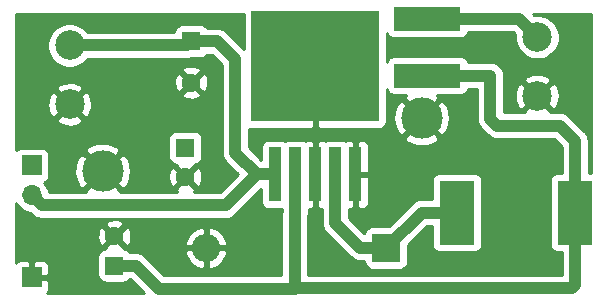
<source format=gbr>
G04 #@! TF.GenerationSoftware,KiCad,Pcbnew,(5.1.5)-3*
G04 #@! TF.CreationDate,2021-03-22T00:26:30+01:00*
G04 #@! TF.ProjectId,12V_to_5V,3132565f-746f-45f3-9556-2e6b69636164,rev?*
G04 #@! TF.SameCoordinates,Original*
G04 #@! TF.FileFunction,Copper,L1,Top*
G04 #@! TF.FilePolarity,Positive*
%FSLAX46Y46*%
G04 Gerber Fmt 4.6, Leading zero omitted, Abs format (unit mm)*
G04 Created by KiCad (PCBNEW (5.1.5)-3) date 2021-03-22 00:26:30*
%MOMM*%
%LPD*%
G04 APERTURE LIST*
%ADD10C,3.500000*%
%ADD11O,1.700000X1.700000*%
%ADD12R,1.700000X1.700000*%
%ADD13C,2.500000*%
%ADD14R,1.100000X4.600000*%
%ADD15R,10.800000X9.400000*%
%ADD16R,1.600000X1.600000*%
%ADD17C,1.600000*%
%ADD18R,2.400000X2.400000*%
%ADD19O,2.400000X2.400000*%
%ADD20R,3.000000X5.400000*%
%ADD21R,5.700000X2.000000*%
%ADD22C,1.000000*%
%ADD23C,0.254000*%
G04 APERTURE END LIST*
D10*
X120000000Y-84500000D03*
X93000000Y-89000000D03*
D11*
X87000000Y-91040000D03*
D12*
X87000000Y-88500000D03*
D13*
X90200000Y-78350000D03*
X90200000Y-83350000D03*
D14*
X107600000Y-89275000D03*
X109300000Y-89275000D03*
X111000000Y-89275000D03*
X112700000Y-89275000D03*
X114400000Y-89275000D03*
D15*
X111000000Y-80125000D03*
D16*
X100500000Y-78000000D03*
D17*
X100500000Y-81500000D03*
D16*
X94000000Y-97000000D03*
D17*
X94000000Y-94500000D03*
X100000000Y-89500000D03*
D16*
X100000000Y-87000000D03*
D18*
X117000000Y-95500000D03*
D19*
X101760000Y-95500000D03*
D13*
X129800000Y-77650000D03*
X129800000Y-82650000D03*
D20*
X123000000Y-92500000D03*
X133000000Y-92500000D03*
D21*
X120500000Y-80900000D03*
X120500000Y-76100000D03*
D12*
X87000000Y-98000000D03*
D22*
X100150000Y-78350000D02*
X100500000Y-78000000D01*
X90200000Y-78350000D02*
X100150000Y-78350000D01*
X104216200Y-87441200D02*
X106050000Y-89275000D01*
X104216200Y-79527400D02*
X104216200Y-87441200D01*
X100500000Y-78000000D02*
X102688800Y-78000000D01*
X102688800Y-78000000D02*
X104216200Y-79527400D01*
X87849999Y-91889999D02*
X87000000Y-91040000D01*
X103435001Y-91889999D02*
X87849999Y-91889999D01*
X106050000Y-89275000D02*
X103435001Y-91889999D01*
X107600000Y-89275000D02*
X106050000Y-89275000D01*
X129870200Y-77515600D02*
X129870200Y-76962000D01*
X128250000Y-76100000D02*
X129800000Y-77650000D01*
X120500000Y-76100000D02*
X128250000Y-76100000D01*
X112700000Y-92575000D02*
X112700000Y-89275000D01*
X114800000Y-95500000D02*
X112700000Y-93400000D01*
X112700000Y-93400000D02*
X112700000Y-92575000D01*
X117000000Y-95500000D02*
X114800000Y-95500000D01*
X120000000Y-92500000D02*
X123000000Y-92500000D01*
X117000000Y-95500000D02*
X120000000Y-92500000D01*
X94000000Y-97000000D02*
X95800000Y-97000000D01*
X95800000Y-97000000D02*
X97758400Y-98958400D01*
X109270800Y-92604200D02*
X109270800Y-98958400D01*
X109300000Y-89275000D02*
X109300000Y-92575000D01*
X97758400Y-98958400D02*
X109270800Y-98958400D01*
X109300000Y-92575000D02*
X109270800Y-92604200D01*
X133000000Y-96200000D02*
X132994400Y-96205600D01*
X133000000Y-92500000D02*
X133000000Y-96200000D01*
X109296200Y-98933000D02*
X109270800Y-98958400D01*
X132740400Y-98933000D02*
X109296200Y-98933000D01*
X133000000Y-96200000D02*
X133000000Y-98673400D01*
X133000000Y-98673400D02*
X132740400Y-98933000D01*
X133000000Y-86441800D02*
X133000000Y-92500000D01*
X126415800Y-85140800D02*
X131699000Y-85140800D01*
X131699000Y-85140800D02*
X133000000Y-86441800D01*
X125831600Y-80900000D02*
X125831600Y-84556600D01*
X120500000Y-80900000D02*
X125831600Y-80900000D01*
X125831600Y-84556600D02*
X126415800Y-85140800D01*
D23*
G36*
X106411928Y-91575000D02*
G01*
X106424188Y-91699482D01*
X106460498Y-91819180D01*
X106519463Y-91929494D01*
X106598815Y-92026185D01*
X106695506Y-92105537D01*
X106805820Y-92164502D01*
X106925518Y-92200812D01*
X107050000Y-92213072D01*
X108150000Y-92213072D01*
X108165001Y-92211595D01*
X108165001Y-92339579D01*
X108152223Y-92381702D01*
X108130309Y-92604200D01*
X108135800Y-92659952D01*
X108135801Y-97823400D01*
X98228532Y-97823400D01*
X96641996Y-96236865D01*
X96606449Y-96193551D01*
X96433623Y-96051716D01*
X96236447Y-95946324D01*
X96122655Y-95911805D01*
X99971805Y-95911805D01*
X100044379Y-96151066D01*
X100204361Y-96473257D01*
X100424125Y-96758046D01*
X100695226Y-96994489D01*
X101007246Y-97173500D01*
X101348194Y-97288199D01*
X101633000Y-97171854D01*
X101633000Y-95627000D01*
X101887000Y-95627000D01*
X101887000Y-97171854D01*
X102171806Y-97288199D01*
X102512754Y-97173500D01*
X102824774Y-96994489D01*
X103095875Y-96758046D01*
X103315639Y-96473257D01*
X103475621Y-96151066D01*
X103548195Y-95911805D01*
X103431432Y-95627000D01*
X101887000Y-95627000D01*
X101633000Y-95627000D01*
X100088568Y-95627000D01*
X99971805Y-95911805D01*
X96122655Y-95911805D01*
X96022499Y-95881423D01*
X95855752Y-95865000D01*
X95855751Y-95865000D01*
X95800000Y-95859509D01*
X95744249Y-95865000D01*
X95340957Y-95865000D01*
X95330537Y-95845506D01*
X95251185Y-95748815D01*
X95154494Y-95669463D01*
X95044180Y-95610498D01*
X94924482Y-95574188D01*
X94800000Y-95561928D01*
X94792785Y-95561928D01*
X94813097Y-95492702D01*
X94000000Y-94679605D01*
X93186903Y-95492702D01*
X93207215Y-95561928D01*
X93200000Y-95561928D01*
X93075518Y-95574188D01*
X92955820Y-95610498D01*
X92845506Y-95669463D01*
X92748815Y-95748815D01*
X92669463Y-95845506D01*
X92610498Y-95955820D01*
X92574188Y-96075518D01*
X92561928Y-96200000D01*
X92561928Y-97800000D01*
X92574188Y-97924482D01*
X92610498Y-98044180D01*
X92669463Y-98154494D01*
X92748815Y-98251185D01*
X92845506Y-98330537D01*
X92955820Y-98389502D01*
X93075518Y-98425812D01*
X93200000Y-98438072D01*
X94800000Y-98438072D01*
X94924482Y-98425812D01*
X95044180Y-98389502D01*
X95154494Y-98330537D01*
X95251185Y-98251185D01*
X95330537Y-98154494D01*
X95337095Y-98142226D01*
X96534868Y-99340000D01*
X88253889Y-99340000D01*
X88301185Y-99301185D01*
X88380537Y-99204494D01*
X88439502Y-99094180D01*
X88475812Y-98974482D01*
X88488072Y-98850000D01*
X88485000Y-98285750D01*
X88326250Y-98127000D01*
X87127000Y-98127000D01*
X87127000Y-98147000D01*
X86873000Y-98147000D01*
X86873000Y-98127000D01*
X86853000Y-98127000D01*
X86853000Y-97873000D01*
X86873000Y-97873000D01*
X86873000Y-96673750D01*
X87127000Y-96673750D01*
X87127000Y-97873000D01*
X88326250Y-97873000D01*
X88485000Y-97714250D01*
X88488072Y-97150000D01*
X88475812Y-97025518D01*
X88439502Y-96905820D01*
X88380537Y-96795506D01*
X88301185Y-96698815D01*
X88204494Y-96619463D01*
X88094180Y-96560498D01*
X87974482Y-96524188D01*
X87850000Y-96511928D01*
X87285750Y-96515000D01*
X87127000Y-96673750D01*
X86873000Y-96673750D01*
X86714250Y-96515000D01*
X86150000Y-96511928D01*
X86025518Y-96524188D01*
X85905820Y-96560498D01*
X85795506Y-96619463D01*
X85698815Y-96698815D01*
X85660000Y-96746111D01*
X85660000Y-94570512D01*
X92559783Y-94570512D01*
X92601213Y-94850130D01*
X92696397Y-95116292D01*
X92763329Y-95241514D01*
X93007298Y-95313097D01*
X93820395Y-94500000D01*
X94179605Y-94500000D01*
X94992702Y-95313097D01*
X95236671Y-95241514D01*
X95309217Y-95088195D01*
X99971805Y-95088195D01*
X100088568Y-95373000D01*
X101633000Y-95373000D01*
X101633000Y-93828146D01*
X101887000Y-93828146D01*
X101887000Y-95373000D01*
X103431432Y-95373000D01*
X103548195Y-95088195D01*
X103475621Y-94848934D01*
X103315639Y-94526743D01*
X103095875Y-94241954D01*
X102824774Y-94005511D01*
X102512754Y-93826500D01*
X102171806Y-93711801D01*
X101887000Y-93828146D01*
X101633000Y-93828146D01*
X101348194Y-93711801D01*
X101007246Y-93826500D01*
X100695226Y-94005511D01*
X100424125Y-94241954D01*
X100204361Y-94526743D01*
X100044379Y-94848934D01*
X99971805Y-95088195D01*
X95309217Y-95088195D01*
X95357571Y-94986004D01*
X95426300Y-94711816D01*
X95440217Y-94429488D01*
X95398787Y-94149870D01*
X95303603Y-93883708D01*
X95236671Y-93758486D01*
X94992702Y-93686903D01*
X94179605Y-94500000D01*
X93820395Y-94500000D01*
X93007298Y-93686903D01*
X92763329Y-93758486D01*
X92642429Y-94013996D01*
X92573700Y-94288184D01*
X92559783Y-94570512D01*
X85660000Y-94570512D01*
X85660000Y-93507298D01*
X93186903Y-93507298D01*
X94000000Y-94320395D01*
X94813097Y-93507298D01*
X94741514Y-93263329D01*
X94486004Y-93142429D01*
X94211816Y-93073700D01*
X93929488Y-93059783D01*
X93649870Y-93101213D01*
X93383708Y-93196397D01*
X93258486Y-93263329D01*
X93186903Y-93507298D01*
X85660000Y-93507298D01*
X85660000Y-91685445D01*
X85684010Y-91743411D01*
X85846525Y-91986632D01*
X86053368Y-92193475D01*
X86296589Y-92355990D01*
X86566842Y-92467932D01*
X86853740Y-92525000D01*
X86879868Y-92525000D01*
X87008007Y-92653139D01*
X87043550Y-92696448D01*
X87216376Y-92838283D01*
X87413552Y-92943675D01*
X87577704Y-92993470D01*
X87627499Y-93008576D01*
X87849998Y-93030490D01*
X87905750Y-93024999D01*
X103379250Y-93024999D01*
X103435001Y-93030490D01*
X103490752Y-93024999D01*
X103490753Y-93024999D01*
X103657500Y-93008576D01*
X103871448Y-92943675D01*
X104068624Y-92838283D01*
X104241450Y-92696448D01*
X104276997Y-92653134D01*
X106411928Y-90518204D01*
X106411928Y-91575000D01*
G37*
X106411928Y-91575000D02*
X106424188Y-91699482D01*
X106460498Y-91819180D01*
X106519463Y-91929494D01*
X106598815Y-92026185D01*
X106695506Y-92105537D01*
X106805820Y-92164502D01*
X106925518Y-92200812D01*
X107050000Y-92213072D01*
X108150000Y-92213072D01*
X108165001Y-92211595D01*
X108165001Y-92339579D01*
X108152223Y-92381702D01*
X108130309Y-92604200D01*
X108135800Y-92659952D01*
X108135801Y-97823400D01*
X98228532Y-97823400D01*
X96641996Y-96236865D01*
X96606449Y-96193551D01*
X96433623Y-96051716D01*
X96236447Y-95946324D01*
X96122655Y-95911805D01*
X99971805Y-95911805D01*
X100044379Y-96151066D01*
X100204361Y-96473257D01*
X100424125Y-96758046D01*
X100695226Y-96994489D01*
X101007246Y-97173500D01*
X101348194Y-97288199D01*
X101633000Y-97171854D01*
X101633000Y-95627000D01*
X101887000Y-95627000D01*
X101887000Y-97171854D01*
X102171806Y-97288199D01*
X102512754Y-97173500D01*
X102824774Y-96994489D01*
X103095875Y-96758046D01*
X103315639Y-96473257D01*
X103475621Y-96151066D01*
X103548195Y-95911805D01*
X103431432Y-95627000D01*
X101887000Y-95627000D01*
X101633000Y-95627000D01*
X100088568Y-95627000D01*
X99971805Y-95911805D01*
X96122655Y-95911805D01*
X96022499Y-95881423D01*
X95855752Y-95865000D01*
X95855751Y-95865000D01*
X95800000Y-95859509D01*
X95744249Y-95865000D01*
X95340957Y-95865000D01*
X95330537Y-95845506D01*
X95251185Y-95748815D01*
X95154494Y-95669463D01*
X95044180Y-95610498D01*
X94924482Y-95574188D01*
X94800000Y-95561928D01*
X94792785Y-95561928D01*
X94813097Y-95492702D01*
X94000000Y-94679605D01*
X93186903Y-95492702D01*
X93207215Y-95561928D01*
X93200000Y-95561928D01*
X93075518Y-95574188D01*
X92955820Y-95610498D01*
X92845506Y-95669463D01*
X92748815Y-95748815D01*
X92669463Y-95845506D01*
X92610498Y-95955820D01*
X92574188Y-96075518D01*
X92561928Y-96200000D01*
X92561928Y-97800000D01*
X92574188Y-97924482D01*
X92610498Y-98044180D01*
X92669463Y-98154494D01*
X92748815Y-98251185D01*
X92845506Y-98330537D01*
X92955820Y-98389502D01*
X93075518Y-98425812D01*
X93200000Y-98438072D01*
X94800000Y-98438072D01*
X94924482Y-98425812D01*
X95044180Y-98389502D01*
X95154494Y-98330537D01*
X95251185Y-98251185D01*
X95330537Y-98154494D01*
X95337095Y-98142226D01*
X96534868Y-99340000D01*
X88253889Y-99340000D01*
X88301185Y-99301185D01*
X88380537Y-99204494D01*
X88439502Y-99094180D01*
X88475812Y-98974482D01*
X88488072Y-98850000D01*
X88485000Y-98285750D01*
X88326250Y-98127000D01*
X87127000Y-98127000D01*
X87127000Y-98147000D01*
X86873000Y-98147000D01*
X86873000Y-98127000D01*
X86853000Y-98127000D01*
X86853000Y-97873000D01*
X86873000Y-97873000D01*
X86873000Y-96673750D01*
X87127000Y-96673750D01*
X87127000Y-97873000D01*
X88326250Y-97873000D01*
X88485000Y-97714250D01*
X88488072Y-97150000D01*
X88475812Y-97025518D01*
X88439502Y-96905820D01*
X88380537Y-96795506D01*
X88301185Y-96698815D01*
X88204494Y-96619463D01*
X88094180Y-96560498D01*
X87974482Y-96524188D01*
X87850000Y-96511928D01*
X87285750Y-96515000D01*
X87127000Y-96673750D01*
X86873000Y-96673750D01*
X86714250Y-96515000D01*
X86150000Y-96511928D01*
X86025518Y-96524188D01*
X85905820Y-96560498D01*
X85795506Y-96619463D01*
X85698815Y-96698815D01*
X85660000Y-96746111D01*
X85660000Y-94570512D01*
X92559783Y-94570512D01*
X92601213Y-94850130D01*
X92696397Y-95116292D01*
X92763329Y-95241514D01*
X93007298Y-95313097D01*
X93820395Y-94500000D01*
X94179605Y-94500000D01*
X94992702Y-95313097D01*
X95236671Y-95241514D01*
X95309217Y-95088195D01*
X99971805Y-95088195D01*
X100088568Y-95373000D01*
X101633000Y-95373000D01*
X101633000Y-93828146D01*
X101887000Y-93828146D01*
X101887000Y-95373000D01*
X103431432Y-95373000D01*
X103548195Y-95088195D01*
X103475621Y-94848934D01*
X103315639Y-94526743D01*
X103095875Y-94241954D01*
X102824774Y-94005511D01*
X102512754Y-93826500D01*
X102171806Y-93711801D01*
X101887000Y-93828146D01*
X101633000Y-93828146D01*
X101348194Y-93711801D01*
X101007246Y-93826500D01*
X100695226Y-94005511D01*
X100424125Y-94241954D01*
X100204361Y-94526743D01*
X100044379Y-94848934D01*
X99971805Y-95088195D01*
X95309217Y-95088195D01*
X95357571Y-94986004D01*
X95426300Y-94711816D01*
X95440217Y-94429488D01*
X95398787Y-94149870D01*
X95303603Y-93883708D01*
X95236671Y-93758486D01*
X94992702Y-93686903D01*
X94179605Y-94500000D01*
X93820395Y-94500000D01*
X93007298Y-93686903D01*
X92763329Y-93758486D01*
X92642429Y-94013996D01*
X92573700Y-94288184D01*
X92559783Y-94570512D01*
X85660000Y-94570512D01*
X85660000Y-93507298D01*
X93186903Y-93507298D01*
X94000000Y-94320395D01*
X94813097Y-93507298D01*
X94741514Y-93263329D01*
X94486004Y-93142429D01*
X94211816Y-93073700D01*
X93929488Y-93059783D01*
X93649870Y-93101213D01*
X93383708Y-93196397D01*
X93258486Y-93263329D01*
X93186903Y-93507298D01*
X85660000Y-93507298D01*
X85660000Y-91685445D01*
X85684010Y-91743411D01*
X85846525Y-91986632D01*
X86053368Y-92193475D01*
X86296589Y-92355990D01*
X86566842Y-92467932D01*
X86853740Y-92525000D01*
X86879868Y-92525000D01*
X87008007Y-92653139D01*
X87043550Y-92696448D01*
X87216376Y-92838283D01*
X87413552Y-92943675D01*
X87577704Y-92993470D01*
X87627499Y-93008576D01*
X87849998Y-93030490D01*
X87905750Y-93024999D01*
X103379250Y-93024999D01*
X103435001Y-93030490D01*
X103490752Y-93024999D01*
X103490753Y-93024999D01*
X103657500Y-93008576D01*
X103871448Y-92943675D01*
X104068624Y-92838283D01*
X104241450Y-92696448D01*
X104276997Y-92653134D01*
X106411928Y-90518204D01*
X106411928Y-91575000D01*
G36*
X111127000Y-79998000D02*
G01*
X111147000Y-79998000D01*
X111147000Y-80252000D01*
X111127000Y-80252000D01*
X111127000Y-85301250D01*
X111285750Y-85460000D01*
X116400000Y-85463072D01*
X116524482Y-85450812D01*
X116644180Y-85414502D01*
X116754494Y-85355537D01*
X116851185Y-85276185D01*
X116930537Y-85179494D01*
X116989502Y-85069180D01*
X117025812Y-84949482D01*
X117038072Y-84825000D01*
X117037869Y-84532946D01*
X117603687Y-84532946D01*
X117656158Y-84999811D01*
X117798703Y-85447468D01*
X117989234Y-85803927D01*
X118330391Y-85990003D01*
X119820395Y-84500000D01*
X120179605Y-84500000D01*
X121669609Y-85990003D01*
X122010766Y-85803927D01*
X122226513Y-85386591D01*
X122356696Y-84935185D01*
X122396313Y-84467054D01*
X122343842Y-84000189D01*
X122201297Y-83552532D01*
X122010766Y-83196073D01*
X121669609Y-83009997D01*
X120179605Y-84500000D01*
X119820395Y-84500000D01*
X118330391Y-83009997D01*
X117989234Y-83196073D01*
X117773487Y-83613409D01*
X117643304Y-84064815D01*
X117603687Y-84532946D01*
X117037869Y-84532946D01*
X117036150Y-82063917D01*
X117060498Y-82144180D01*
X117119463Y-82254494D01*
X117198815Y-82351185D01*
X117295506Y-82430537D01*
X117405820Y-82489502D01*
X117525518Y-82525812D01*
X117650000Y-82538072D01*
X118669435Y-82538072D01*
X118509997Y-82830391D01*
X120000000Y-84320395D01*
X121490003Y-82830391D01*
X121330565Y-82538072D01*
X123350000Y-82538072D01*
X123474482Y-82525812D01*
X123594180Y-82489502D01*
X123704494Y-82430537D01*
X123801185Y-82351185D01*
X123880537Y-82254494D01*
X123939502Y-82144180D01*
X123972621Y-82035000D01*
X124696600Y-82035000D01*
X124696601Y-84500839D01*
X124691109Y-84556600D01*
X124713023Y-84779098D01*
X124777924Y-84993046D01*
X124777925Y-84993047D01*
X124883317Y-85190223D01*
X125025152Y-85363049D01*
X125068460Y-85398591D01*
X125573808Y-85903940D01*
X125609351Y-85947249D01*
X125782177Y-86089084D01*
X125932830Y-86169609D01*
X125979353Y-86194476D01*
X126193301Y-86259377D01*
X126415800Y-86281291D01*
X126471552Y-86275800D01*
X131228869Y-86275800D01*
X131865000Y-86911932D01*
X131865000Y-89161928D01*
X131500000Y-89161928D01*
X131375518Y-89174188D01*
X131255820Y-89210498D01*
X131145506Y-89269463D01*
X131048815Y-89348815D01*
X130969463Y-89445506D01*
X130910498Y-89555820D01*
X130874188Y-89675518D01*
X130861928Y-89800000D01*
X130861928Y-95200000D01*
X130874188Y-95324482D01*
X130910498Y-95444180D01*
X130969463Y-95554494D01*
X131048815Y-95651185D01*
X131145506Y-95730537D01*
X131255820Y-95789502D01*
X131375518Y-95825812D01*
X131500000Y-95838072D01*
X131865001Y-95838072D01*
X131865001Y-96092981D01*
X131853909Y-96205600D01*
X131865000Y-96318210D01*
X131865001Y-97798000D01*
X110405800Y-97798000D01*
X110405800Y-92839619D01*
X110418577Y-92797499D01*
X110435000Y-92630752D01*
X110435000Y-92630751D01*
X110440491Y-92575001D01*
X110435000Y-92519248D01*
X110435000Y-92211595D01*
X110450000Y-92213072D01*
X110714250Y-92210000D01*
X110873000Y-92051250D01*
X110873000Y-89402000D01*
X110853000Y-89402000D01*
X110853000Y-89148000D01*
X110873000Y-89148000D01*
X110873000Y-86498750D01*
X111127000Y-86498750D01*
X111127000Y-89148000D01*
X111147000Y-89148000D01*
X111147000Y-89402000D01*
X111127000Y-89402000D01*
X111127000Y-92051250D01*
X111285750Y-92210000D01*
X111550000Y-92213072D01*
X111565000Y-92211595D01*
X111565000Y-93344249D01*
X111559509Y-93400000D01*
X111565000Y-93455751D01*
X111581423Y-93622498D01*
X111646324Y-93836446D01*
X111751716Y-94033623D01*
X111893551Y-94206449D01*
X111936865Y-94241996D01*
X113958009Y-96263141D01*
X113993551Y-96306449D01*
X114166377Y-96448284D01*
X114363553Y-96553676D01*
X114577501Y-96618577D01*
X114744248Y-96635000D01*
X114744257Y-96635000D01*
X114799999Y-96640490D01*
X114855741Y-96635000D01*
X115161928Y-96635000D01*
X115161928Y-96700000D01*
X115174188Y-96824482D01*
X115210498Y-96944180D01*
X115269463Y-97054494D01*
X115348815Y-97151185D01*
X115445506Y-97230537D01*
X115555820Y-97289502D01*
X115675518Y-97325812D01*
X115800000Y-97338072D01*
X118200000Y-97338072D01*
X118324482Y-97325812D01*
X118444180Y-97289502D01*
X118554494Y-97230537D01*
X118651185Y-97151185D01*
X118730537Y-97054494D01*
X118789502Y-96944180D01*
X118825812Y-96824482D01*
X118838072Y-96700000D01*
X118838072Y-95267060D01*
X120470133Y-93635000D01*
X120861928Y-93635000D01*
X120861928Y-95200000D01*
X120874188Y-95324482D01*
X120910498Y-95444180D01*
X120969463Y-95554494D01*
X121048815Y-95651185D01*
X121145506Y-95730537D01*
X121255820Y-95789502D01*
X121375518Y-95825812D01*
X121500000Y-95838072D01*
X124500000Y-95838072D01*
X124624482Y-95825812D01*
X124744180Y-95789502D01*
X124854494Y-95730537D01*
X124951185Y-95651185D01*
X125030537Y-95554494D01*
X125089502Y-95444180D01*
X125125812Y-95324482D01*
X125138072Y-95200000D01*
X125138072Y-89800000D01*
X125125812Y-89675518D01*
X125089502Y-89555820D01*
X125030537Y-89445506D01*
X124951185Y-89348815D01*
X124854494Y-89269463D01*
X124744180Y-89210498D01*
X124624482Y-89174188D01*
X124500000Y-89161928D01*
X121500000Y-89161928D01*
X121375518Y-89174188D01*
X121255820Y-89210498D01*
X121145506Y-89269463D01*
X121048815Y-89348815D01*
X120969463Y-89445506D01*
X120910498Y-89555820D01*
X120874188Y-89675518D01*
X120861928Y-89800000D01*
X120861928Y-91365000D01*
X120055752Y-91365000D01*
X120000000Y-91359509D01*
X119777501Y-91381423D01*
X119563553Y-91446324D01*
X119366377Y-91551716D01*
X119236856Y-91658011D01*
X119236854Y-91658013D01*
X119193551Y-91693551D01*
X119158013Y-91736854D01*
X117232940Y-93661928D01*
X115800000Y-93661928D01*
X115675518Y-93674188D01*
X115555820Y-93710498D01*
X115445506Y-93769463D01*
X115348815Y-93848815D01*
X115269463Y-93945506D01*
X115210498Y-94055820D01*
X115174188Y-94175518D01*
X115165802Y-94260670D01*
X113835000Y-92929869D01*
X113835000Y-92211595D01*
X113850000Y-92213072D01*
X114114250Y-92210000D01*
X114273000Y-92051250D01*
X114273000Y-89402000D01*
X114527000Y-89402000D01*
X114527000Y-92051250D01*
X114685750Y-92210000D01*
X114950000Y-92213072D01*
X115074482Y-92200812D01*
X115194180Y-92164502D01*
X115304494Y-92105537D01*
X115401185Y-92026185D01*
X115480537Y-91929494D01*
X115539502Y-91819180D01*
X115575812Y-91699482D01*
X115588072Y-91575000D01*
X115585000Y-89560750D01*
X115426250Y-89402000D01*
X114527000Y-89402000D01*
X114273000Y-89402000D01*
X114253000Y-89402000D01*
X114253000Y-89148000D01*
X114273000Y-89148000D01*
X114273000Y-86498750D01*
X114527000Y-86498750D01*
X114527000Y-89148000D01*
X115426250Y-89148000D01*
X115585000Y-88989250D01*
X115588072Y-86975000D01*
X115575812Y-86850518D01*
X115539502Y-86730820D01*
X115480537Y-86620506D01*
X115401185Y-86523815D01*
X115304494Y-86444463D01*
X115194180Y-86385498D01*
X115074482Y-86349188D01*
X114950000Y-86336928D01*
X114685750Y-86340000D01*
X114527000Y-86498750D01*
X114273000Y-86498750D01*
X114114250Y-86340000D01*
X113850000Y-86336928D01*
X113725518Y-86349188D01*
X113605820Y-86385498D01*
X113550000Y-86415335D01*
X113494180Y-86385498D01*
X113374482Y-86349188D01*
X113250000Y-86336928D01*
X112150000Y-86336928D01*
X112025518Y-86349188D01*
X111905820Y-86385498D01*
X111850000Y-86415335D01*
X111794180Y-86385498D01*
X111674482Y-86349188D01*
X111550000Y-86336928D01*
X111285750Y-86340000D01*
X111127000Y-86498750D01*
X110873000Y-86498750D01*
X110714250Y-86340000D01*
X110450000Y-86336928D01*
X110325518Y-86349188D01*
X110205820Y-86385498D01*
X110150000Y-86415335D01*
X110094180Y-86385498D01*
X109974482Y-86349188D01*
X109850000Y-86336928D01*
X108750000Y-86336928D01*
X108625518Y-86349188D01*
X108505820Y-86385498D01*
X108450000Y-86415335D01*
X108394180Y-86385498D01*
X108274482Y-86349188D01*
X108150000Y-86336928D01*
X107050000Y-86336928D01*
X106925518Y-86349188D01*
X106805820Y-86385498D01*
X106695506Y-86444463D01*
X106598815Y-86523815D01*
X106519463Y-86620506D01*
X106460498Y-86730820D01*
X106424188Y-86850518D01*
X106411928Y-86975000D01*
X106411928Y-88031796D01*
X105351200Y-86971069D01*
X105351200Y-86169609D01*
X118509997Y-86169609D01*
X118696073Y-86510766D01*
X119113409Y-86726513D01*
X119564815Y-86856696D01*
X120032946Y-86896313D01*
X120499811Y-86843842D01*
X120947468Y-86701297D01*
X121303927Y-86510766D01*
X121490003Y-86169609D01*
X120000000Y-84679605D01*
X118509997Y-86169609D01*
X105351200Y-86169609D01*
X105351200Y-85412033D01*
X105355820Y-85414502D01*
X105475518Y-85450812D01*
X105600000Y-85463072D01*
X110714250Y-85460000D01*
X110873000Y-85301250D01*
X110873000Y-80252000D01*
X110853000Y-80252000D01*
X110853000Y-79998000D01*
X110873000Y-79998000D01*
X110873000Y-79978000D01*
X111127000Y-79978000D01*
X111127000Y-79998000D01*
G37*
X111127000Y-79998000D02*
X111147000Y-79998000D01*
X111147000Y-80252000D01*
X111127000Y-80252000D01*
X111127000Y-85301250D01*
X111285750Y-85460000D01*
X116400000Y-85463072D01*
X116524482Y-85450812D01*
X116644180Y-85414502D01*
X116754494Y-85355537D01*
X116851185Y-85276185D01*
X116930537Y-85179494D01*
X116989502Y-85069180D01*
X117025812Y-84949482D01*
X117038072Y-84825000D01*
X117037869Y-84532946D01*
X117603687Y-84532946D01*
X117656158Y-84999811D01*
X117798703Y-85447468D01*
X117989234Y-85803927D01*
X118330391Y-85990003D01*
X119820395Y-84500000D01*
X120179605Y-84500000D01*
X121669609Y-85990003D01*
X122010766Y-85803927D01*
X122226513Y-85386591D01*
X122356696Y-84935185D01*
X122396313Y-84467054D01*
X122343842Y-84000189D01*
X122201297Y-83552532D01*
X122010766Y-83196073D01*
X121669609Y-83009997D01*
X120179605Y-84500000D01*
X119820395Y-84500000D01*
X118330391Y-83009997D01*
X117989234Y-83196073D01*
X117773487Y-83613409D01*
X117643304Y-84064815D01*
X117603687Y-84532946D01*
X117037869Y-84532946D01*
X117036150Y-82063917D01*
X117060498Y-82144180D01*
X117119463Y-82254494D01*
X117198815Y-82351185D01*
X117295506Y-82430537D01*
X117405820Y-82489502D01*
X117525518Y-82525812D01*
X117650000Y-82538072D01*
X118669435Y-82538072D01*
X118509997Y-82830391D01*
X120000000Y-84320395D01*
X121490003Y-82830391D01*
X121330565Y-82538072D01*
X123350000Y-82538072D01*
X123474482Y-82525812D01*
X123594180Y-82489502D01*
X123704494Y-82430537D01*
X123801185Y-82351185D01*
X123880537Y-82254494D01*
X123939502Y-82144180D01*
X123972621Y-82035000D01*
X124696600Y-82035000D01*
X124696601Y-84500839D01*
X124691109Y-84556600D01*
X124713023Y-84779098D01*
X124777924Y-84993046D01*
X124777925Y-84993047D01*
X124883317Y-85190223D01*
X125025152Y-85363049D01*
X125068460Y-85398591D01*
X125573808Y-85903940D01*
X125609351Y-85947249D01*
X125782177Y-86089084D01*
X125932830Y-86169609D01*
X125979353Y-86194476D01*
X126193301Y-86259377D01*
X126415800Y-86281291D01*
X126471552Y-86275800D01*
X131228869Y-86275800D01*
X131865000Y-86911932D01*
X131865000Y-89161928D01*
X131500000Y-89161928D01*
X131375518Y-89174188D01*
X131255820Y-89210498D01*
X131145506Y-89269463D01*
X131048815Y-89348815D01*
X130969463Y-89445506D01*
X130910498Y-89555820D01*
X130874188Y-89675518D01*
X130861928Y-89800000D01*
X130861928Y-95200000D01*
X130874188Y-95324482D01*
X130910498Y-95444180D01*
X130969463Y-95554494D01*
X131048815Y-95651185D01*
X131145506Y-95730537D01*
X131255820Y-95789502D01*
X131375518Y-95825812D01*
X131500000Y-95838072D01*
X131865001Y-95838072D01*
X131865001Y-96092981D01*
X131853909Y-96205600D01*
X131865000Y-96318210D01*
X131865001Y-97798000D01*
X110405800Y-97798000D01*
X110405800Y-92839619D01*
X110418577Y-92797499D01*
X110435000Y-92630752D01*
X110435000Y-92630751D01*
X110440491Y-92575001D01*
X110435000Y-92519248D01*
X110435000Y-92211595D01*
X110450000Y-92213072D01*
X110714250Y-92210000D01*
X110873000Y-92051250D01*
X110873000Y-89402000D01*
X110853000Y-89402000D01*
X110853000Y-89148000D01*
X110873000Y-89148000D01*
X110873000Y-86498750D01*
X111127000Y-86498750D01*
X111127000Y-89148000D01*
X111147000Y-89148000D01*
X111147000Y-89402000D01*
X111127000Y-89402000D01*
X111127000Y-92051250D01*
X111285750Y-92210000D01*
X111550000Y-92213072D01*
X111565000Y-92211595D01*
X111565000Y-93344249D01*
X111559509Y-93400000D01*
X111565000Y-93455751D01*
X111581423Y-93622498D01*
X111646324Y-93836446D01*
X111751716Y-94033623D01*
X111893551Y-94206449D01*
X111936865Y-94241996D01*
X113958009Y-96263141D01*
X113993551Y-96306449D01*
X114166377Y-96448284D01*
X114363553Y-96553676D01*
X114577501Y-96618577D01*
X114744248Y-96635000D01*
X114744257Y-96635000D01*
X114799999Y-96640490D01*
X114855741Y-96635000D01*
X115161928Y-96635000D01*
X115161928Y-96700000D01*
X115174188Y-96824482D01*
X115210498Y-96944180D01*
X115269463Y-97054494D01*
X115348815Y-97151185D01*
X115445506Y-97230537D01*
X115555820Y-97289502D01*
X115675518Y-97325812D01*
X115800000Y-97338072D01*
X118200000Y-97338072D01*
X118324482Y-97325812D01*
X118444180Y-97289502D01*
X118554494Y-97230537D01*
X118651185Y-97151185D01*
X118730537Y-97054494D01*
X118789502Y-96944180D01*
X118825812Y-96824482D01*
X118838072Y-96700000D01*
X118838072Y-95267060D01*
X120470133Y-93635000D01*
X120861928Y-93635000D01*
X120861928Y-95200000D01*
X120874188Y-95324482D01*
X120910498Y-95444180D01*
X120969463Y-95554494D01*
X121048815Y-95651185D01*
X121145506Y-95730537D01*
X121255820Y-95789502D01*
X121375518Y-95825812D01*
X121500000Y-95838072D01*
X124500000Y-95838072D01*
X124624482Y-95825812D01*
X124744180Y-95789502D01*
X124854494Y-95730537D01*
X124951185Y-95651185D01*
X125030537Y-95554494D01*
X125089502Y-95444180D01*
X125125812Y-95324482D01*
X125138072Y-95200000D01*
X125138072Y-89800000D01*
X125125812Y-89675518D01*
X125089502Y-89555820D01*
X125030537Y-89445506D01*
X124951185Y-89348815D01*
X124854494Y-89269463D01*
X124744180Y-89210498D01*
X124624482Y-89174188D01*
X124500000Y-89161928D01*
X121500000Y-89161928D01*
X121375518Y-89174188D01*
X121255820Y-89210498D01*
X121145506Y-89269463D01*
X121048815Y-89348815D01*
X120969463Y-89445506D01*
X120910498Y-89555820D01*
X120874188Y-89675518D01*
X120861928Y-89800000D01*
X120861928Y-91365000D01*
X120055752Y-91365000D01*
X120000000Y-91359509D01*
X119777501Y-91381423D01*
X119563553Y-91446324D01*
X119366377Y-91551716D01*
X119236856Y-91658011D01*
X119236854Y-91658013D01*
X119193551Y-91693551D01*
X119158013Y-91736854D01*
X117232940Y-93661928D01*
X115800000Y-93661928D01*
X115675518Y-93674188D01*
X115555820Y-93710498D01*
X115445506Y-93769463D01*
X115348815Y-93848815D01*
X115269463Y-93945506D01*
X115210498Y-94055820D01*
X115174188Y-94175518D01*
X115165802Y-94260670D01*
X113835000Y-92929869D01*
X113835000Y-92211595D01*
X113850000Y-92213072D01*
X114114250Y-92210000D01*
X114273000Y-92051250D01*
X114273000Y-89402000D01*
X114527000Y-89402000D01*
X114527000Y-92051250D01*
X114685750Y-92210000D01*
X114950000Y-92213072D01*
X115074482Y-92200812D01*
X115194180Y-92164502D01*
X115304494Y-92105537D01*
X115401185Y-92026185D01*
X115480537Y-91929494D01*
X115539502Y-91819180D01*
X115575812Y-91699482D01*
X115588072Y-91575000D01*
X115585000Y-89560750D01*
X115426250Y-89402000D01*
X114527000Y-89402000D01*
X114273000Y-89402000D01*
X114253000Y-89402000D01*
X114253000Y-89148000D01*
X114273000Y-89148000D01*
X114273000Y-86498750D01*
X114527000Y-86498750D01*
X114527000Y-89148000D01*
X115426250Y-89148000D01*
X115585000Y-88989250D01*
X115588072Y-86975000D01*
X115575812Y-86850518D01*
X115539502Y-86730820D01*
X115480537Y-86620506D01*
X115401185Y-86523815D01*
X115304494Y-86444463D01*
X115194180Y-86385498D01*
X115074482Y-86349188D01*
X114950000Y-86336928D01*
X114685750Y-86340000D01*
X114527000Y-86498750D01*
X114273000Y-86498750D01*
X114114250Y-86340000D01*
X113850000Y-86336928D01*
X113725518Y-86349188D01*
X113605820Y-86385498D01*
X113550000Y-86415335D01*
X113494180Y-86385498D01*
X113374482Y-86349188D01*
X113250000Y-86336928D01*
X112150000Y-86336928D01*
X112025518Y-86349188D01*
X111905820Y-86385498D01*
X111850000Y-86415335D01*
X111794180Y-86385498D01*
X111674482Y-86349188D01*
X111550000Y-86336928D01*
X111285750Y-86340000D01*
X111127000Y-86498750D01*
X110873000Y-86498750D01*
X110714250Y-86340000D01*
X110450000Y-86336928D01*
X110325518Y-86349188D01*
X110205820Y-86385498D01*
X110150000Y-86415335D01*
X110094180Y-86385498D01*
X109974482Y-86349188D01*
X109850000Y-86336928D01*
X108750000Y-86336928D01*
X108625518Y-86349188D01*
X108505820Y-86385498D01*
X108450000Y-86415335D01*
X108394180Y-86385498D01*
X108274482Y-86349188D01*
X108150000Y-86336928D01*
X107050000Y-86336928D01*
X106925518Y-86349188D01*
X106805820Y-86385498D01*
X106695506Y-86444463D01*
X106598815Y-86523815D01*
X106519463Y-86620506D01*
X106460498Y-86730820D01*
X106424188Y-86850518D01*
X106411928Y-86975000D01*
X106411928Y-88031796D01*
X105351200Y-86971069D01*
X105351200Y-86169609D01*
X118509997Y-86169609D01*
X118696073Y-86510766D01*
X119113409Y-86726513D01*
X119564815Y-86856696D01*
X120032946Y-86896313D01*
X120499811Y-86843842D01*
X120947468Y-86701297D01*
X121303927Y-86510766D01*
X121490003Y-86169609D01*
X120000000Y-84679605D01*
X118509997Y-86169609D01*
X105351200Y-86169609D01*
X105351200Y-85412033D01*
X105355820Y-85414502D01*
X105475518Y-85450812D01*
X105600000Y-85463072D01*
X110714250Y-85460000D01*
X110873000Y-85301250D01*
X110873000Y-80252000D01*
X110853000Y-80252000D01*
X110853000Y-79998000D01*
X110873000Y-79998000D01*
X110873000Y-79978000D01*
X111127000Y-79978000D01*
X111127000Y-79998000D01*
G36*
X104964186Y-78670255D02*
G01*
X103530796Y-77236865D01*
X103495249Y-77193551D01*
X103322423Y-77051716D01*
X103125247Y-76946324D01*
X102911299Y-76881423D01*
X102744552Y-76865000D01*
X102744551Y-76865000D01*
X102688800Y-76859509D01*
X102633049Y-76865000D01*
X101840957Y-76865000D01*
X101830537Y-76845506D01*
X101751185Y-76748815D01*
X101654494Y-76669463D01*
X101544180Y-76610498D01*
X101424482Y-76574188D01*
X101300000Y-76561928D01*
X99700000Y-76561928D01*
X99575518Y-76574188D01*
X99455820Y-76610498D01*
X99345506Y-76669463D01*
X99248815Y-76748815D01*
X99169463Y-76845506D01*
X99110498Y-76955820D01*
X99074188Y-77075518D01*
X99061928Y-77200000D01*
X99061928Y-77215000D01*
X91708688Y-77215000D01*
X91664175Y-77148382D01*
X91401618Y-76885825D01*
X91092882Y-76679534D01*
X90749834Y-76537439D01*
X90385656Y-76465000D01*
X90014344Y-76465000D01*
X89650166Y-76537439D01*
X89307118Y-76679534D01*
X88998382Y-76885825D01*
X88735825Y-77148382D01*
X88529534Y-77457118D01*
X88387439Y-77800166D01*
X88315000Y-78164344D01*
X88315000Y-78535656D01*
X88387439Y-78899834D01*
X88529534Y-79242882D01*
X88735825Y-79551618D01*
X88998382Y-79814175D01*
X89307118Y-80020466D01*
X89650166Y-80162561D01*
X90014344Y-80235000D01*
X90385656Y-80235000D01*
X90749834Y-80162561D01*
X91092882Y-80020466D01*
X91401618Y-79814175D01*
X91664175Y-79551618D01*
X91708688Y-79485000D01*
X100094249Y-79485000D01*
X100150000Y-79490491D01*
X100205751Y-79485000D01*
X100205752Y-79485000D01*
X100372499Y-79468577D01*
X100473060Y-79438072D01*
X101300000Y-79438072D01*
X101424482Y-79425812D01*
X101544180Y-79389502D01*
X101654494Y-79330537D01*
X101751185Y-79251185D01*
X101830537Y-79154494D01*
X101840957Y-79135000D01*
X102218669Y-79135000D01*
X103081200Y-79997532D01*
X103081201Y-87385439D01*
X103075709Y-87441200D01*
X103097623Y-87663698D01*
X103162524Y-87877646D01*
X103211584Y-87969430D01*
X103267917Y-88074823D01*
X103409752Y-88247649D01*
X103453060Y-88283191D01*
X104444868Y-89275000D01*
X102964870Y-90754999D01*
X100707224Y-90754999D01*
X100741514Y-90736671D01*
X100813097Y-90492702D01*
X100000000Y-89679605D01*
X99186903Y-90492702D01*
X99258486Y-90736671D01*
X99297220Y-90754999D01*
X94443429Y-90754999D01*
X94490003Y-90669609D01*
X93000000Y-89179605D01*
X91509997Y-90669609D01*
X91556571Y-90754999D01*
X88457402Y-90754999D01*
X88427932Y-90606842D01*
X88315990Y-90336589D01*
X88153475Y-90093368D01*
X88021620Y-89961513D01*
X88094180Y-89939502D01*
X88204494Y-89880537D01*
X88301185Y-89801185D01*
X88380537Y-89704494D01*
X88439502Y-89594180D01*
X88475812Y-89474482D01*
X88488072Y-89350000D01*
X88488072Y-89032946D01*
X90603687Y-89032946D01*
X90656158Y-89499811D01*
X90798703Y-89947468D01*
X90989234Y-90303927D01*
X91330391Y-90490003D01*
X92820395Y-89000000D01*
X93179605Y-89000000D01*
X94669609Y-90490003D01*
X95010766Y-90303927D01*
X95226513Y-89886591D01*
X95317668Y-89570512D01*
X98559783Y-89570512D01*
X98601213Y-89850130D01*
X98696397Y-90116292D01*
X98763329Y-90241514D01*
X99007298Y-90313097D01*
X99820395Y-89500000D01*
X100179605Y-89500000D01*
X100992702Y-90313097D01*
X101236671Y-90241514D01*
X101357571Y-89986004D01*
X101426300Y-89711816D01*
X101440217Y-89429488D01*
X101398787Y-89149870D01*
X101303603Y-88883708D01*
X101236671Y-88758486D01*
X100992702Y-88686903D01*
X100179605Y-89500000D01*
X99820395Y-89500000D01*
X99007298Y-88686903D01*
X98763329Y-88758486D01*
X98642429Y-89013996D01*
X98573700Y-89288184D01*
X98559783Y-89570512D01*
X95317668Y-89570512D01*
X95356696Y-89435185D01*
X95396313Y-88967054D01*
X95343842Y-88500189D01*
X95201297Y-88052532D01*
X95010766Y-87696073D01*
X94669609Y-87509997D01*
X93179605Y-89000000D01*
X92820395Y-89000000D01*
X91330391Y-87509997D01*
X90989234Y-87696073D01*
X90773487Y-88113409D01*
X90643304Y-88564815D01*
X90603687Y-89032946D01*
X88488072Y-89032946D01*
X88488072Y-87650000D01*
X88475812Y-87525518D01*
X88439502Y-87405820D01*
X88399184Y-87330391D01*
X91509997Y-87330391D01*
X93000000Y-88820395D01*
X94490003Y-87330391D01*
X94303927Y-86989234D01*
X93886591Y-86773487D01*
X93435185Y-86643304D01*
X92967054Y-86603687D01*
X92500189Y-86656158D01*
X92052532Y-86798703D01*
X91696073Y-86989234D01*
X91509997Y-87330391D01*
X88399184Y-87330391D01*
X88380537Y-87295506D01*
X88301185Y-87198815D01*
X88204494Y-87119463D01*
X88094180Y-87060498D01*
X87974482Y-87024188D01*
X87850000Y-87011928D01*
X86150000Y-87011928D01*
X86025518Y-87024188D01*
X85905820Y-87060498D01*
X85795506Y-87119463D01*
X85698815Y-87198815D01*
X85660000Y-87246111D01*
X85660000Y-86200000D01*
X98561928Y-86200000D01*
X98561928Y-87800000D01*
X98574188Y-87924482D01*
X98610498Y-88044180D01*
X98669463Y-88154494D01*
X98748815Y-88251185D01*
X98845506Y-88330537D01*
X98955820Y-88389502D01*
X99075518Y-88425812D01*
X99200000Y-88438072D01*
X99207215Y-88438072D01*
X99186903Y-88507298D01*
X100000000Y-89320395D01*
X100813097Y-88507298D01*
X100792785Y-88438072D01*
X100800000Y-88438072D01*
X100924482Y-88425812D01*
X101044180Y-88389502D01*
X101154494Y-88330537D01*
X101251185Y-88251185D01*
X101330537Y-88154494D01*
X101389502Y-88044180D01*
X101425812Y-87924482D01*
X101438072Y-87800000D01*
X101438072Y-86200000D01*
X101425812Y-86075518D01*
X101389502Y-85955820D01*
X101330537Y-85845506D01*
X101251185Y-85748815D01*
X101154494Y-85669463D01*
X101044180Y-85610498D01*
X100924482Y-85574188D01*
X100800000Y-85561928D01*
X99200000Y-85561928D01*
X99075518Y-85574188D01*
X98955820Y-85610498D01*
X98845506Y-85669463D01*
X98748815Y-85748815D01*
X98669463Y-85845506D01*
X98610498Y-85955820D01*
X98574188Y-86075518D01*
X98561928Y-86200000D01*
X85660000Y-86200000D01*
X85660000Y-84663605D01*
X89066000Y-84663605D01*
X89191914Y-84953577D01*
X89524126Y-85119433D01*
X89882312Y-85217290D01*
X90252706Y-85243389D01*
X90621075Y-85196725D01*
X90973262Y-85079094D01*
X91208086Y-84953577D01*
X91334000Y-84663605D01*
X90200000Y-83529605D01*
X89066000Y-84663605D01*
X85660000Y-84663605D01*
X85660000Y-83402706D01*
X88306611Y-83402706D01*
X88353275Y-83771075D01*
X88470906Y-84123262D01*
X88596423Y-84358086D01*
X88886395Y-84484000D01*
X90020395Y-83350000D01*
X90379605Y-83350000D01*
X91513605Y-84484000D01*
X91803577Y-84358086D01*
X91969433Y-84025874D01*
X92067290Y-83667688D01*
X92093389Y-83297294D01*
X92046725Y-82928925D01*
X91929094Y-82576738D01*
X91884176Y-82492702D01*
X99686903Y-82492702D01*
X99758486Y-82736671D01*
X100013996Y-82857571D01*
X100288184Y-82926300D01*
X100570512Y-82940217D01*
X100850130Y-82898787D01*
X101116292Y-82803603D01*
X101241514Y-82736671D01*
X101313097Y-82492702D01*
X100500000Y-81679605D01*
X99686903Y-82492702D01*
X91884176Y-82492702D01*
X91803577Y-82341914D01*
X91513605Y-82216000D01*
X90379605Y-83350000D01*
X90020395Y-83350000D01*
X88886395Y-82216000D01*
X88596423Y-82341914D01*
X88430567Y-82674126D01*
X88332710Y-83032312D01*
X88306611Y-83402706D01*
X85660000Y-83402706D01*
X85660000Y-82036395D01*
X89066000Y-82036395D01*
X90200000Y-83170395D01*
X91334000Y-82036395D01*
X91208086Y-81746423D01*
X90875874Y-81580567D01*
X90839070Y-81570512D01*
X99059783Y-81570512D01*
X99101213Y-81850130D01*
X99196397Y-82116292D01*
X99263329Y-82241514D01*
X99507298Y-82313097D01*
X100320395Y-81500000D01*
X100679605Y-81500000D01*
X101492702Y-82313097D01*
X101736671Y-82241514D01*
X101857571Y-81986004D01*
X101926300Y-81711816D01*
X101940217Y-81429488D01*
X101898787Y-81149870D01*
X101803603Y-80883708D01*
X101736671Y-80758486D01*
X101492702Y-80686903D01*
X100679605Y-81500000D01*
X100320395Y-81500000D01*
X99507298Y-80686903D01*
X99263329Y-80758486D01*
X99142429Y-81013996D01*
X99073700Y-81288184D01*
X99059783Y-81570512D01*
X90839070Y-81570512D01*
X90517688Y-81482710D01*
X90147294Y-81456611D01*
X89778925Y-81503275D01*
X89426738Y-81620906D01*
X89191914Y-81746423D01*
X89066000Y-82036395D01*
X85660000Y-82036395D01*
X85660000Y-80507298D01*
X99686903Y-80507298D01*
X100500000Y-81320395D01*
X101313097Y-80507298D01*
X101241514Y-80263329D01*
X100986004Y-80142429D01*
X100711816Y-80073700D01*
X100429488Y-80059783D01*
X100149870Y-80101213D01*
X99883708Y-80196397D01*
X99758486Y-80263329D01*
X99686903Y-80507298D01*
X85660000Y-80507298D01*
X85660000Y-75660000D01*
X104962092Y-75660000D01*
X104964186Y-78670255D01*
G37*
X104964186Y-78670255D02*
X103530796Y-77236865D01*
X103495249Y-77193551D01*
X103322423Y-77051716D01*
X103125247Y-76946324D01*
X102911299Y-76881423D01*
X102744552Y-76865000D01*
X102744551Y-76865000D01*
X102688800Y-76859509D01*
X102633049Y-76865000D01*
X101840957Y-76865000D01*
X101830537Y-76845506D01*
X101751185Y-76748815D01*
X101654494Y-76669463D01*
X101544180Y-76610498D01*
X101424482Y-76574188D01*
X101300000Y-76561928D01*
X99700000Y-76561928D01*
X99575518Y-76574188D01*
X99455820Y-76610498D01*
X99345506Y-76669463D01*
X99248815Y-76748815D01*
X99169463Y-76845506D01*
X99110498Y-76955820D01*
X99074188Y-77075518D01*
X99061928Y-77200000D01*
X99061928Y-77215000D01*
X91708688Y-77215000D01*
X91664175Y-77148382D01*
X91401618Y-76885825D01*
X91092882Y-76679534D01*
X90749834Y-76537439D01*
X90385656Y-76465000D01*
X90014344Y-76465000D01*
X89650166Y-76537439D01*
X89307118Y-76679534D01*
X88998382Y-76885825D01*
X88735825Y-77148382D01*
X88529534Y-77457118D01*
X88387439Y-77800166D01*
X88315000Y-78164344D01*
X88315000Y-78535656D01*
X88387439Y-78899834D01*
X88529534Y-79242882D01*
X88735825Y-79551618D01*
X88998382Y-79814175D01*
X89307118Y-80020466D01*
X89650166Y-80162561D01*
X90014344Y-80235000D01*
X90385656Y-80235000D01*
X90749834Y-80162561D01*
X91092882Y-80020466D01*
X91401618Y-79814175D01*
X91664175Y-79551618D01*
X91708688Y-79485000D01*
X100094249Y-79485000D01*
X100150000Y-79490491D01*
X100205751Y-79485000D01*
X100205752Y-79485000D01*
X100372499Y-79468577D01*
X100473060Y-79438072D01*
X101300000Y-79438072D01*
X101424482Y-79425812D01*
X101544180Y-79389502D01*
X101654494Y-79330537D01*
X101751185Y-79251185D01*
X101830537Y-79154494D01*
X101840957Y-79135000D01*
X102218669Y-79135000D01*
X103081200Y-79997532D01*
X103081201Y-87385439D01*
X103075709Y-87441200D01*
X103097623Y-87663698D01*
X103162524Y-87877646D01*
X103211584Y-87969430D01*
X103267917Y-88074823D01*
X103409752Y-88247649D01*
X103453060Y-88283191D01*
X104444868Y-89275000D01*
X102964870Y-90754999D01*
X100707224Y-90754999D01*
X100741514Y-90736671D01*
X100813097Y-90492702D01*
X100000000Y-89679605D01*
X99186903Y-90492702D01*
X99258486Y-90736671D01*
X99297220Y-90754999D01*
X94443429Y-90754999D01*
X94490003Y-90669609D01*
X93000000Y-89179605D01*
X91509997Y-90669609D01*
X91556571Y-90754999D01*
X88457402Y-90754999D01*
X88427932Y-90606842D01*
X88315990Y-90336589D01*
X88153475Y-90093368D01*
X88021620Y-89961513D01*
X88094180Y-89939502D01*
X88204494Y-89880537D01*
X88301185Y-89801185D01*
X88380537Y-89704494D01*
X88439502Y-89594180D01*
X88475812Y-89474482D01*
X88488072Y-89350000D01*
X88488072Y-89032946D01*
X90603687Y-89032946D01*
X90656158Y-89499811D01*
X90798703Y-89947468D01*
X90989234Y-90303927D01*
X91330391Y-90490003D01*
X92820395Y-89000000D01*
X93179605Y-89000000D01*
X94669609Y-90490003D01*
X95010766Y-90303927D01*
X95226513Y-89886591D01*
X95317668Y-89570512D01*
X98559783Y-89570512D01*
X98601213Y-89850130D01*
X98696397Y-90116292D01*
X98763329Y-90241514D01*
X99007298Y-90313097D01*
X99820395Y-89500000D01*
X100179605Y-89500000D01*
X100992702Y-90313097D01*
X101236671Y-90241514D01*
X101357571Y-89986004D01*
X101426300Y-89711816D01*
X101440217Y-89429488D01*
X101398787Y-89149870D01*
X101303603Y-88883708D01*
X101236671Y-88758486D01*
X100992702Y-88686903D01*
X100179605Y-89500000D01*
X99820395Y-89500000D01*
X99007298Y-88686903D01*
X98763329Y-88758486D01*
X98642429Y-89013996D01*
X98573700Y-89288184D01*
X98559783Y-89570512D01*
X95317668Y-89570512D01*
X95356696Y-89435185D01*
X95396313Y-88967054D01*
X95343842Y-88500189D01*
X95201297Y-88052532D01*
X95010766Y-87696073D01*
X94669609Y-87509997D01*
X93179605Y-89000000D01*
X92820395Y-89000000D01*
X91330391Y-87509997D01*
X90989234Y-87696073D01*
X90773487Y-88113409D01*
X90643304Y-88564815D01*
X90603687Y-89032946D01*
X88488072Y-89032946D01*
X88488072Y-87650000D01*
X88475812Y-87525518D01*
X88439502Y-87405820D01*
X88399184Y-87330391D01*
X91509997Y-87330391D01*
X93000000Y-88820395D01*
X94490003Y-87330391D01*
X94303927Y-86989234D01*
X93886591Y-86773487D01*
X93435185Y-86643304D01*
X92967054Y-86603687D01*
X92500189Y-86656158D01*
X92052532Y-86798703D01*
X91696073Y-86989234D01*
X91509997Y-87330391D01*
X88399184Y-87330391D01*
X88380537Y-87295506D01*
X88301185Y-87198815D01*
X88204494Y-87119463D01*
X88094180Y-87060498D01*
X87974482Y-87024188D01*
X87850000Y-87011928D01*
X86150000Y-87011928D01*
X86025518Y-87024188D01*
X85905820Y-87060498D01*
X85795506Y-87119463D01*
X85698815Y-87198815D01*
X85660000Y-87246111D01*
X85660000Y-86200000D01*
X98561928Y-86200000D01*
X98561928Y-87800000D01*
X98574188Y-87924482D01*
X98610498Y-88044180D01*
X98669463Y-88154494D01*
X98748815Y-88251185D01*
X98845506Y-88330537D01*
X98955820Y-88389502D01*
X99075518Y-88425812D01*
X99200000Y-88438072D01*
X99207215Y-88438072D01*
X99186903Y-88507298D01*
X100000000Y-89320395D01*
X100813097Y-88507298D01*
X100792785Y-88438072D01*
X100800000Y-88438072D01*
X100924482Y-88425812D01*
X101044180Y-88389502D01*
X101154494Y-88330537D01*
X101251185Y-88251185D01*
X101330537Y-88154494D01*
X101389502Y-88044180D01*
X101425812Y-87924482D01*
X101438072Y-87800000D01*
X101438072Y-86200000D01*
X101425812Y-86075518D01*
X101389502Y-85955820D01*
X101330537Y-85845506D01*
X101251185Y-85748815D01*
X101154494Y-85669463D01*
X101044180Y-85610498D01*
X100924482Y-85574188D01*
X100800000Y-85561928D01*
X99200000Y-85561928D01*
X99075518Y-85574188D01*
X98955820Y-85610498D01*
X98845506Y-85669463D01*
X98748815Y-85748815D01*
X98669463Y-85845506D01*
X98610498Y-85955820D01*
X98574188Y-86075518D01*
X98561928Y-86200000D01*
X85660000Y-86200000D01*
X85660000Y-84663605D01*
X89066000Y-84663605D01*
X89191914Y-84953577D01*
X89524126Y-85119433D01*
X89882312Y-85217290D01*
X90252706Y-85243389D01*
X90621075Y-85196725D01*
X90973262Y-85079094D01*
X91208086Y-84953577D01*
X91334000Y-84663605D01*
X90200000Y-83529605D01*
X89066000Y-84663605D01*
X85660000Y-84663605D01*
X85660000Y-83402706D01*
X88306611Y-83402706D01*
X88353275Y-83771075D01*
X88470906Y-84123262D01*
X88596423Y-84358086D01*
X88886395Y-84484000D01*
X90020395Y-83350000D01*
X90379605Y-83350000D01*
X91513605Y-84484000D01*
X91803577Y-84358086D01*
X91969433Y-84025874D01*
X92067290Y-83667688D01*
X92093389Y-83297294D01*
X92046725Y-82928925D01*
X91929094Y-82576738D01*
X91884176Y-82492702D01*
X99686903Y-82492702D01*
X99758486Y-82736671D01*
X100013996Y-82857571D01*
X100288184Y-82926300D01*
X100570512Y-82940217D01*
X100850130Y-82898787D01*
X101116292Y-82803603D01*
X101241514Y-82736671D01*
X101313097Y-82492702D01*
X100500000Y-81679605D01*
X99686903Y-82492702D01*
X91884176Y-82492702D01*
X91803577Y-82341914D01*
X91513605Y-82216000D01*
X90379605Y-83350000D01*
X90020395Y-83350000D01*
X88886395Y-82216000D01*
X88596423Y-82341914D01*
X88430567Y-82674126D01*
X88332710Y-83032312D01*
X88306611Y-83402706D01*
X85660000Y-83402706D01*
X85660000Y-82036395D01*
X89066000Y-82036395D01*
X90200000Y-83170395D01*
X91334000Y-82036395D01*
X91208086Y-81746423D01*
X90875874Y-81580567D01*
X90839070Y-81570512D01*
X99059783Y-81570512D01*
X99101213Y-81850130D01*
X99196397Y-82116292D01*
X99263329Y-82241514D01*
X99507298Y-82313097D01*
X100320395Y-81500000D01*
X100679605Y-81500000D01*
X101492702Y-82313097D01*
X101736671Y-82241514D01*
X101857571Y-81986004D01*
X101926300Y-81711816D01*
X101940217Y-81429488D01*
X101898787Y-81149870D01*
X101803603Y-80883708D01*
X101736671Y-80758486D01*
X101492702Y-80686903D01*
X100679605Y-81500000D01*
X100320395Y-81500000D01*
X99507298Y-80686903D01*
X99263329Y-80758486D01*
X99142429Y-81013996D01*
X99073700Y-81288184D01*
X99059783Y-81570512D01*
X90839070Y-81570512D01*
X90517688Y-81482710D01*
X90147294Y-81456611D01*
X89778925Y-81503275D01*
X89426738Y-81620906D01*
X89191914Y-81746423D01*
X89066000Y-82036395D01*
X85660000Y-82036395D01*
X85660000Y-80507298D01*
X99686903Y-80507298D01*
X100500000Y-81320395D01*
X101313097Y-80507298D01*
X101241514Y-80263329D01*
X100986004Y-80142429D01*
X100711816Y-80073700D01*
X100429488Y-80059783D01*
X100149870Y-80101213D01*
X99883708Y-80196397D01*
X99758486Y-80263329D01*
X99686903Y-80507298D01*
X85660000Y-80507298D01*
X85660000Y-75660000D01*
X104962092Y-75660000D01*
X104964186Y-78670255D01*
G36*
X134340001Y-89161928D02*
G01*
X134135000Y-89161928D01*
X134135000Y-86497552D01*
X134140491Y-86441800D01*
X134118577Y-86219301D01*
X134053676Y-86005353D01*
X133948284Y-85808177D01*
X133920582Y-85774422D01*
X133806449Y-85635351D01*
X133763140Y-85599808D01*
X132540996Y-84377665D01*
X132505449Y-84334351D01*
X132332623Y-84192516D01*
X132135447Y-84087124D01*
X131921499Y-84022223D01*
X131754752Y-84005800D01*
X131754751Y-84005800D01*
X131699000Y-84000309D01*
X131643249Y-84005800D01*
X130915678Y-84005800D01*
X130934000Y-83963605D01*
X129800000Y-82829605D01*
X128666000Y-83963605D01*
X128684322Y-84005800D01*
X126966600Y-84005800D01*
X126966600Y-82702706D01*
X127906611Y-82702706D01*
X127953275Y-83071075D01*
X128070906Y-83423262D01*
X128196423Y-83658086D01*
X128486395Y-83784000D01*
X129620395Y-82650000D01*
X129979605Y-82650000D01*
X131113605Y-83784000D01*
X131403577Y-83658086D01*
X131569433Y-83325874D01*
X131667290Y-82967688D01*
X131693389Y-82597294D01*
X131646725Y-82228925D01*
X131529094Y-81876738D01*
X131403577Y-81641914D01*
X131113605Y-81516000D01*
X129979605Y-82650000D01*
X129620395Y-82650000D01*
X128486395Y-81516000D01*
X128196423Y-81641914D01*
X128030567Y-81974126D01*
X127932710Y-82332312D01*
X127906611Y-82702706D01*
X126966600Y-82702706D01*
X126966600Y-81336395D01*
X128666000Y-81336395D01*
X129800000Y-82470395D01*
X130934000Y-81336395D01*
X130808086Y-81046423D01*
X130475874Y-80880567D01*
X130117688Y-80782710D01*
X129747294Y-80756611D01*
X129378925Y-80803275D01*
X129026738Y-80920906D01*
X128791914Y-81046423D01*
X128666000Y-81336395D01*
X126966600Y-81336395D01*
X126966600Y-80955752D01*
X126972091Y-80900000D01*
X126950177Y-80677501D01*
X126885276Y-80463553D01*
X126779884Y-80266377D01*
X126638049Y-80093551D01*
X126465223Y-79951716D01*
X126268047Y-79846324D01*
X126054099Y-79781423D01*
X125887352Y-79765000D01*
X125887351Y-79765000D01*
X125831600Y-79759509D01*
X125775848Y-79765000D01*
X123972621Y-79765000D01*
X123939502Y-79655820D01*
X123880537Y-79545506D01*
X123801185Y-79448815D01*
X123704494Y-79369463D01*
X123594180Y-79310498D01*
X123474482Y-79274188D01*
X123350000Y-79261928D01*
X117650000Y-79261928D01*
X117525518Y-79274188D01*
X117405820Y-79310498D01*
X117295506Y-79369463D01*
X117198815Y-79448815D01*
X117119463Y-79545506D01*
X117060498Y-79655820D01*
X117035069Y-79739647D01*
X117036791Y-77266028D01*
X117060498Y-77344180D01*
X117119463Y-77454494D01*
X117198815Y-77551185D01*
X117295506Y-77630537D01*
X117405820Y-77689502D01*
X117525518Y-77725812D01*
X117650000Y-77738072D01*
X123350000Y-77738072D01*
X123474482Y-77725812D01*
X123594180Y-77689502D01*
X123704494Y-77630537D01*
X123801185Y-77551185D01*
X123880537Y-77454494D01*
X123939502Y-77344180D01*
X123972621Y-77235000D01*
X127779869Y-77235000D01*
X127930631Y-77385762D01*
X127915000Y-77464344D01*
X127915000Y-77835656D01*
X127987439Y-78199834D01*
X128129534Y-78542882D01*
X128335825Y-78851618D01*
X128598382Y-79114175D01*
X128907118Y-79320466D01*
X129250166Y-79462561D01*
X129614344Y-79535000D01*
X129985656Y-79535000D01*
X130349834Y-79462561D01*
X130692882Y-79320466D01*
X131001618Y-79114175D01*
X131264175Y-78851618D01*
X131470466Y-78542882D01*
X131612561Y-78199834D01*
X131685000Y-77835656D01*
X131685000Y-77464344D01*
X131612561Y-77100166D01*
X131470466Y-76757118D01*
X131264175Y-76448382D01*
X131001618Y-76185825D01*
X130692882Y-75979534D01*
X130349834Y-75837439D01*
X129985656Y-75765000D01*
X129614344Y-75765000D01*
X129535762Y-75780631D01*
X129415131Y-75660000D01*
X134340000Y-75660000D01*
X134340001Y-89161928D01*
G37*
X134340001Y-89161928D02*
X134135000Y-89161928D01*
X134135000Y-86497552D01*
X134140491Y-86441800D01*
X134118577Y-86219301D01*
X134053676Y-86005353D01*
X133948284Y-85808177D01*
X133920582Y-85774422D01*
X133806449Y-85635351D01*
X133763140Y-85599808D01*
X132540996Y-84377665D01*
X132505449Y-84334351D01*
X132332623Y-84192516D01*
X132135447Y-84087124D01*
X131921499Y-84022223D01*
X131754752Y-84005800D01*
X131754751Y-84005800D01*
X131699000Y-84000309D01*
X131643249Y-84005800D01*
X130915678Y-84005800D01*
X130934000Y-83963605D01*
X129800000Y-82829605D01*
X128666000Y-83963605D01*
X128684322Y-84005800D01*
X126966600Y-84005800D01*
X126966600Y-82702706D01*
X127906611Y-82702706D01*
X127953275Y-83071075D01*
X128070906Y-83423262D01*
X128196423Y-83658086D01*
X128486395Y-83784000D01*
X129620395Y-82650000D01*
X129979605Y-82650000D01*
X131113605Y-83784000D01*
X131403577Y-83658086D01*
X131569433Y-83325874D01*
X131667290Y-82967688D01*
X131693389Y-82597294D01*
X131646725Y-82228925D01*
X131529094Y-81876738D01*
X131403577Y-81641914D01*
X131113605Y-81516000D01*
X129979605Y-82650000D01*
X129620395Y-82650000D01*
X128486395Y-81516000D01*
X128196423Y-81641914D01*
X128030567Y-81974126D01*
X127932710Y-82332312D01*
X127906611Y-82702706D01*
X126966600Y-82702706D01*
X126966600Y-81336395D01*
X128666000Y-81336395D01*
X129800000Y-82470395D01*
X130934000Y-81336395D01*
X130808086Y-81046423D01*
X130475874Y-80880567D01*
X130117688Y-80782710D01*
X129747294Y-80756611D01*
X129378925Y-80803275D01*
X129026738Y-80920906D01*
X128791914Y-81046423D01*
X128666000Y-81336395D01*
X126966600Y-81336395D01*
X126966600Y-80955752D01*
X126972091Y-80900000D01*
X126950177Y-80677501D01*
X126885276Y-80463553D01*
X126779884Y-80266377D01*
X126638049Y-80093551D01*
X126465223Y-79951716D01*
X126268047Y-79846324D01*
X126054099Y-79781423D01*
X125887352Y-79765000D01*
X125887351Y-79765000D01*
X125831600Y-79759509D01*
X125775848Y-79765000D01*
X123972621Y-79765000D01*
X123939502Y-79655820D01*
X123880537Y-79545506D01*
X123801185Y-79448815D01*
X123704494Y-79369463D01*
X123594180Y-79310498D01*
X123474482Y-79274188D01*
X123350000Y-79261928D01*
X117650000Y-79261928D01*
X117525518Y-79274188D01*
X117405820Y-79310498D01*
X117295506Y-79369463D01*
X117198815Y-79448815D01*
X117119463Y-79545506D01*
X117060498Y-79655820D01*
X117035069Y-79739647D01*
X117036791Y-77266028D01*
X117060498Y-77344180D01*
X117119463Y-77454494D01*
X117198815Y-77551185D01*
X117295506Y-77630537D01*
X117405820Y-77689502D01*
X117525518Y-77725812D01*
X117650000Y-77738072D01*
X123350000Y-77738072D01*
X123474482Y-77725812D01*
X123594180Y-77689502D01*
X123704494Y-77630537D01*
X123801185Y-77551185D01*
X123880537Y-77454494D01*
X123939502Y-77344180D01*
X123972621Y-77235000D01*
X127779869Y-77235000D01*
X127930631Y-77385762D01*
X127915000Y-77464344D01*
X127915000Y-77835656D01*
X127987439Y-78199834D01*
X128129534Y-78542882D01*
X128335825Y-78851618D01*
X128598382Y-79114175D01*
X128907118Y-79320466D01*
X129250166Y-79462561D01*
X129614344Y-79535000D01*
X129985656Y-79535000D01*
X130349834Y-79462561D01*
X130692882Y-79320466D01*
X131001618Y-79114175D01*
X131264175Y-78851618D01*
X131470466Y-78542882D01*
X131612561Y-78199834D01*
X131685000Y-77835656D01*
X131685000Y-77464344D01*
X131612561Y-77100166D01*
X131470466Y-76757118D01*
X131264175Y-76448382D01*
X131001618Y-76185825D01*
X130692882Y-75979534D01*
X130349834Y-75837439D01*
X129985656Y-75765000D01*
X129614344Y-75765000D01*
X129535762Y-75780631D01*
X129415131Y-75660000D01*
X134340000Y-75660000D01*
X134340001Y-89161928D01*
M02*

</source>
